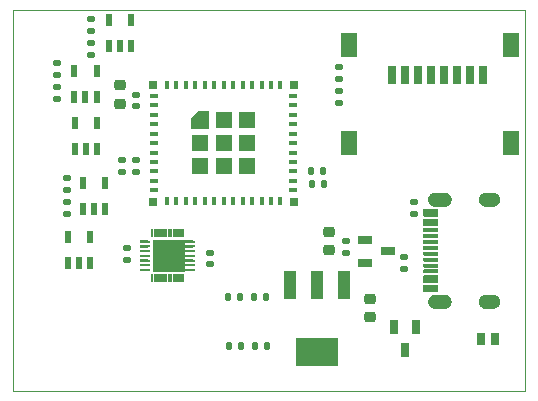
<source format=gbr>
%TF.GenerationSoftware,KiCad,Pcbnew,6.0.10-1.fc37*%
%TF.CreationDate,2023-01-07T19:36:43-08:00*%
%TF.ProjectId,data_logger_esp32c3,64617461-5f6c-46f6-9767-65725f657370,rev?*%
%TF.SameCoordinates,Original*%
%TF.FileFunction,Paste,Top*%
%TF.FilePolarity,Positive*%
%FSLAX46Y46*%
G04 Gerber Fmt 4.6, Leading zero omitted, Abs format (unit mm)*
G04 Created by KiCad (PCBNEW 6.0.10-1.fc37) date 2023-01-07 19:36:43*
%MOMM*%
%LPD*%
G01*
G04 APERTURE LIST*
G04 Aperture macros list*
%AMRoundRect*
0 Rectangle with rounded corners*
0 $1 Rounding radius*
0 $2 $3 $4 $5 $6 $7 $8 $9 X,Y pos of 4 corners*
0 Add a 4 corners polygon primitive as box body*
4,1,4,$2,$3,$4,$5,$6,$7,$8,$9,$2,$3,0*
0 Add four circle primitives for the rounded corners*
1,1,$1+$1,$2,$3*
1,1,$1+$1,$4,$5*
1,1,$1+$1,$6,$7*
1,1,$1+$1,$8,$9*
0 Add four rect primitives between the rounded corners*
20,1,$1+$1,$2,$3,$4,$5,0*
20,1,$1+$1,$4,$5,$6,$7,0*
20,1,$1+$1,$6,$7,$8,$9,0*
20,1,$1+$1,$8,$9,$2,$3,0*%
%AMFreePoly0*
4,1,6,0.725000,-0.725000,-0.725000,-0.725000,-0.725000,0.125000,-0.125000,0.725000,0.725000,0.725000,0.725000,-0.725000,0.725000,-0.725000,$1*%
G04 Aperture macros list end*
%TA.AperFunction,Profile*%
%ADD10C,0.100000*%
%TD*%
%ADD11RoundRect,0.135000X-0.135000X-0.185000X0.135000X-0.185000X0.135000X0.185000X-0.135000X0.185000X0*%
%ADD12R,0.599999X0.999998*%
%ADD13RoundRect,0.135000X0.185000X-0.135000X0.185000X0.135000X-0.185000X0.135000X-0.185000X-0.135000X0*%
%ADD14RoundRect,0.140000X-0.170000X0.140000X-0.170000X-0.140000X0.170000X-0.140000X0.170000X0.140000X0*%
%ADD15RoundRect,0.135000X-0.185000X0.135000X-0.185000X-0.135000X0.185000X-0.135000X0.185000X0.135000X0*%
%ADD16RoundRect,0.225000X0.250000X-0.225000X0.250000X0.225000X-0.250000X0.225000X-0.250000X-0.225000X0*%
%ADD17R,0.799998X1.499997*%
%ADD18R,1.450010X1.999996*%
%ADD19RoundRect,0.135000X0.135000X0.185000X-0.135000X0.185000X-0.135000X-0.185000X0.135000X-0.185000X0*%
%ADD20R,0.800000X0.400000*%
%ADD21R,0.400000X0.800000*%
%ADD22R,1.450000X1.450000*%
%ADD23FreePoly0,0.000000*%
%ADD24R,0.700000X0.700000*%
%ADD25R,0.699999X1.250010*%
%ADD26R,0.699999X0.999998*%
%ADD27R,0.980008X2.469998*%
%ADD28R,3.599993X2.469998*%
%ADD29R,0.664997X0.200000*%
%ADD30R,0.200000X0.664997*%
%ADD31R,2.699995X2.699995*%
%ADD32RoundRect,0.140000X0.170000X-0.140000X0.170000X0.140000X-0.170000X0.140000X-0.170000X-0.140000X0*%
%ADD33R,1.299997X0.299999*%
%ADD34R,1.250010X0.699999*%
G04 APERTURE END LIST*
D10*
X98856800Y-49606200D02*
X142138400Y-49606200D01*
X142138400Y-49606200D02*
X142138400Y-81864200D01*
X142138400Y-81864200D02*
X98856800Y-81864200D01*
X98856800Y-81864200D02*
X98856800Y-49606200D01*
%TO.C,U11*%
G36*
X110220976Y-70134150D02*
G01*
X109555979Y-70134150D01*
X109555979Y-69934150D01*
X110220976Y-69934150D01*
X110220976Y-70134150D01*
G37*
G36*
X110220976Y-70934250D02*
G01*
X109555979Y-70934250D01*
X109555979Y-70734250D01*
X110220976Y-70734250D01*
X110220976Y-70934250D01*
G37*
G36*
X113095926Y-72674251D02*
G01*
X112895926Y-72674251D01*
X112895926Y-72009254D01*
X113095926Y-72009254D01*
X113095926Y-72674251D01*
G37*
G36*
X114036056Y-70934250D02*
G01*
X113371059Y-70934250D01*
X113371059Y-70734250D01*
X114036056Y-70734250D01*
X114036056Y-70934250D01*
G37*
G36*
X112876038Y-71514259D02*
G01*
X110716022Y-71514259D01*
X110716022Y-69354217D01*
X112876038Y-69354217D01*
X112876038Y-71514259D01*
G37*
G36*
X110220976Y-71734096D02*
G01*
X109555979Y-71734096D01*
X109555979Y-71534096D01*
X110220976Y-71534096D01*
X110220976Y-71734096D01*
G37*
G36*
X112696130Y-68859171D02*
G01*
X112496130Y-68859171D01*
X112496130Y-68194174D01*
X112696130Y-68194174D01*
X112696130Y-68859171D01*
G37*
G36*
X114036056Y-71734096D02*
G01*
X113371059Y-71734096D01*
X113371059Y-71534096D01*
X114036056Y-71534096D01*
X114036056Y-71734096D01*
G37*
G36*
X114036056Y-71334300D02*
G01*
X113371059Y-71334300D01*
X113371059Y-71134300D01*
X114036056Y-71134300D01*
X114036056Y-71334300D01*
G37*
G36*
X111095930Y-72674251D02*
G01*
X110895930Y-72674251D01*
X110895930Y-72009254D01*
X111095930Y-72009254D01*
X111095930Y-72674251D01*
G37*
G36*
X114036056Y-70134150D02*
G01*
X113371059Y-70134150D01*
X113371059Y-69934150D01*
X114036056Y-69934150D01*
X114036056Y-70134150D01*
G37*
G36*
X110696134Y-68859171D02*
G01*
X110496134Y-68859171D01*
X110496134Y-68194174D01*
X110696134Y-68194174D01*
X110696134Y-68859171D01*
G37*
G36*
X111896030Y-68859171D02*
G01*
X111696030Y-68859171D01*
X111696030Y-68194174D01*
X111896030Y-68194174D01*
X111896030Y-68859171D01*
G37*
G36*
X112296080Y-72674251D02*
G01*
X112096080Y-72674251D01*
X112096080Y-72009254D01*
X112296080Y-72009254D01*
X112296080Y-72674251D01*
G37*
G36*
X110696134Y-72674251D02*
G01*
X110496134Y-72674251D01*
X110496134Y-72009254D01*
X110696134Y-72009254D01*
X110696134Y-72674251D01*
G37*
G36*
X114036056Y-69334304D02*
G01*
X113371059Y-69334304D01*
X113371059Y-69134304D01*
X114036056Y-69134304D01*
X114036056Y-69334304D01*
G37*
G36*
X110220976Y-69734100D02*
G01*
X109555979Y-69734100D01*
X109555979Y-69534100D01*
X110220976Y-69534100D01*
X110220976Y-69734100D01*
G37*
G36*
X111495980Y-68859171D02*
G01*
X111295980Y-68859171D01*
X111295980Y-68194174D01*
X111495980Y-68194174D01*
X111495980Y-68859171D01*
G37*
G36*
X111095930Y-68859171D02*
G01*
X110895930Y-68859171D01*
X110895930Y-68194174D01*
X111095930Y-68194174D01*
X111095930Y-68859171D01*
G37*
G36*
X112296080Y-68859171D02*
G01*
X112096080Y-68859171D01*
X112096080Y-68194174D01*
X112296080Y-68194174D01*
X112296080Y-68859171D01*
G37*
G36*
X114036056Y-70534200D02*
G01*
X113371059Y-70534200D01*
X113371059Y-70334200D01*
X114036056Y-70334200D01*
X114036056Y-70534200D01*
G37*
G36*
X110220976Y-69334304D02*
G01*
X109555979Y-69334304D01*
X109555979Y-69134304D01*
X110220976Y-69134304D01*
X110220976Y-69334304D01*
G37*
G36*
X111495980Y-72674251D02*
G01*
X111295980Y-72674251D01*
X111295980Y-72009254D01*
X111495980Y-72009254D01*
X111495980Y-72674251D01*
G37*
G36*
X111896030Y-72674251D02*
G01*
X111696030Y-72674251D01*
X111696030Y-72009254D01*
X111896030Y-72009254D01*
X111896030Y-72674251D01*
G37*
G36*
X113095926Y-68859171D02*
G01*
X112895926Y-68859171D01*
X112895926Y-68194174D01*
X113095926Y-68194174D01*
X113095926Y-68859171D01*
G37*
G36*
X110220976Y-70534200D02*
G01*
X109555979Y-70534200D01*
X109555979Y-70334200D01*
X110220976Y-70334200D01*
X110220976Y-70534200D01*
G37*
G36*
X112696130Y-72674251D02*
G01*
X112496130Y-72674251D01*
X112496130Y-72009254D01*
X112696130Y-72009254D01*
X112696130Y-72674251D01*
G37*
G36*
X110220976Y-71334300D02*
G01*
X109555979Y-71334300D01*
X109555979Y-71134300D01*
X110220976Y-71134300D01*
X110220976Y-71334300D01*
G37*
G36*
X114036056Y-69734100D02*
G01*
X113371059Y-69734100D01*
X113371059Y-69534100D01*
X114036056Y-69534100D01*
X114036056Y-69734100D01*
G37*
%TO.C,USB-C1*%
G36*
X134843241Y-71902447D02*
G01*
X133543218Y-71902447D01*
X133543218Y-71602448D01*
X134843241Y-71602448D01*
X134843241Y-71902447D01*
G37*
G36*
X134843215Y-73202343D02*
G01*
X134843368Y-73202343D01*
X134843368Y-73502342D01*
X133543345Y-73502342D01*
X133543345Y-73202368D01*
X133543192Y-73202368D01*
X133543192Y-72902369D01*
X134843215Y-72902369D01*
X134843215Y-73202343D01*
G37*
G36*
X134843215Y-70902449D02*
G01*
X133543192Y-70902449D01*
X133543192Y-70602450D01*
X134843215Y-70602450D01*
X134843215Y-70902449D01*
G37*
G36*
X139491415Y-73728250D02*
G01*
X139521260Y-73730485D01*
X139550953Y-73734219D01*
X139580417Y-73739400D01*
X139609576Y-73746055D01*
X139638380Y-73754158D01*
X139666726Y-73763708D01*
X139694590Y-73774630D01*
X139721844Y-73786924D01*
X139748463Y-73800589D01*
X139774371Y-73815550D01*
X139799517Y-73831780D01*
X139823800Y-73849230D01*
X139847193Y-73867874D01*
X139869621Y-73887686D01*
X139891033Y-73908564D01*
X139911379Y-73930510D01*
X139930607Y-73953421D01*
X139948691Y-73977271D01*
X139965532Y-74001986D01*
X139981127Y-74027513D01*
X139995453Y-74053776D01*
X140008432Y-74080751D01*
X140020040Y-74108310D01*
X140030276Y-74136428D01*
X140039090Y-74165003D01*
X140046481Y-74194010D01*
X140052400Y-74223321D01*
X140056870Y-74252912D01*
X140059842Y-74282681D01*
X140061340Y-74312551D01*
X140061340Y-74342473D01*
X140059842Y-74372343D01*
X140056870Y-74402112D01*
X140052400Y-74431703D01*
X140046481Y-74461014D01*
X140039090Y-74490021D01*
X140030276Y-74518596D01*
X140020040Y-74546714D01*
X140008432Y-74574273D01*
X139995453Y-74601248D01*
X139981127Y-74627511D01*
X139965532Y-74653038D01*
X139948691Y-74677753D01*
X139930607Y-74701603D01*
X139911379Y-74724514D01*
X139891033Y-74746460D01*
X139869621Y-74767338D01*
X139847193Y-74787150D01*
X139823800Y-74805794D01*
X139799517Y-74823244D01*
X139774371Y-74839474D01*
X139748463Y-74854435D01*
X139721844Y-74868100D01*
X139694590Y-74880394D01*
X139666726Y-74891316D01*
X139638380Y-74900866D01*
X139609576Y-74908969D01*
X139580417Y-74915624D01*
X139550953Y-74920805D01*
X139521260Y-74924539D01*
X139491415Y-74926774D01*
X139461519Y-74927511D01*
X138861521Y-74927511D01*
X138831625Y-74926774D01*
X138801780Y-74924539D01*
X138772087Y-74920805D01*
X138742623Y-74915624D01*
X138713464Y-74908969D01*
X138684660Y-74900866D01*
X138656314Y-74891316D01*
X138628450Y-74880394D01*
X138601196Y-74868100D01*
X138574577Y-74854435D01*
X138548669Y-74839474D01*
X138523523Y-74823244D01*
X138499240Y-74805794D01*
X138475847Y-74787150D01*
X138453419Y-74767338D01*
X138432007Y-74746460D01*
X138411661Y-74724514D01*
X138392433Y-74701603D01*
X138374349Y-74677753D01*
X138357508Y-74653038D01*
X138341913Y-74627511D01*
X138327587Y-74601248D01*
X138314608Y-74574273D01*
X138303000Y-74546714D01*
X138292764Y-74518596D01*
X138283950Y-74490021D01*
X138276559Y-74461014D01*
X138270640Y-74431703D01*
X138266170Y-74402112D01*
X138263198Y-74372343D01*
X138261700Y-74342473D01*
X138261700Y-74312551D01*
X138263198Y-74282681D01*
X138266170Y-74252912D01*
X138270640Y-74223321D01*
X138276559Y-74194010D01*
X138283950Y-74165003D01*
X138292764Y-74136428D01*
X138303000Y-74108310D01*
X138314608Y-74080751D01*
X138327587Y-74053776D01*
X138341913Y-74027513D01*
X138357508Y-74001986D01*
X138374349Y-73977271D01*
X138392433Y-73953421D01*
X138411661Y-73930510D01*
X138432007Y-73908564D01*
X138453419Y-73887686D01*
X138475847Y-73867874D01*
X138499240Y-73849230D01*
X138523523Y-73831780D01*
X138548669Y-73815550D01*
X138574577Y-73800589D01*
X138601196Y-73786924D01*
X138628450Y-73774630D01*
X138656314Y-73763708D01*
X138684660Y-73754158D01*
X138713464Y-73746055D01*
X138742623Y-73739400D01*
X138772087Y-73734219D01*
X138801780Y-73730485D01*
X138831625Y-73728250D01*
X138861521Y-73727513D01*
X139461519Y-73727513D01*
X139491415Y-73728250D01*
G37*
G36*
X134843164Y-67902252D02*
G01*
X133543192Y-67902252D01*
X133543192Y-67302228D01*
X134843164Y-67302228D01*
X134843164Y-67902252D01*
G37*
G36*
X139491415Y-65078026D02*
G01*
X139521260Y-65080261D01*
X139550953Y-65083995D01*
X139580417Y-65089176D01*
X139609576Y-65095831D01*
X139638380Y-65103934D01*
X139666726Y-65113484D01*
X139694590Y-65124406D01*
X139721844Y-65136700D01*
X139748463Y-65150365D01*
X139774371Y-65165326D01*
X139799517Y-65181556D01*
X139823800Y-65199006D01*
X139847193Y-65217650D01*
X139869621Y-65237462D01*
X139891033Y-65258340D01*
X139911379Y-65280286D01*
X139930607Y-65303197D01*
X139948691Y-65327047D01*
X139965532Y-65351762D01*
X139981127Y-65377289D01*
X139995453Y-65403552D01*
X140008432Y-65430527D01*
X140020040Y-65458086D01*
X140030276Y-65486204D01*
X140039090Y-65514779D01*
X140046481Y-65543786D01*
X140052400Y-65573097D01*
X140056870Y-65602688D01*
X140059842Y-65632457D01*
X140061340Y-65662327D01*
X140061340Y-65692249D01*
X140059842Y-65722119D01*
X140056870Y-65751888D01*
X140052400Y-65781479D01*
X140046481Y-65810790D01*
X140039090Y-65839797D01*
X140030276Y-65868372D01*
X140020040Y-65896490D01*
X140008432Y-65924049D01*
X139995453Y-65951024D01*
X139981127Y-65977287D01*
X139965532Y-66002814D01*
X139948691Y-66027529D01*
X139930607Y-66051379D01*
X139911379Y-66074290D01*
X139891033Y-66096236D01*
X139869621Y-66117114D01*
X139847193Y-66136926D01*
X139823800Y-66155570D01*
X139799517Y-66173020D01*
X139774371Y-66189250D01*
X139748463Y-66204211D01*
X139721844Y-66217876D01*
X139694590Y-66230170D01*
X139666726Y-66241092D01*
X139638380Y-66250642D01*
X139609576Y-66258745D01*
X139580417Y-66265400D01*
X139550953Y-66270581D01*
X139521260Y-66274315D01*
X139491415Y-66276550D01*
X139461519Y-66277287D01*
X138861521Y-66277287D01*
X138831625Y-66276550D01*
X138801780Y-66274315D01*
X138772087Y-66270581D01*
X138742623Y-66265400D01*
X138713464Y-66258745D01*
X138684660Y-66250642D01*
X138656314Y-66241092D01*
X138628450Y-66230170D01*
X138601196Y-66217876D01*
X138574577Y-66204211D01*
X138548669Y-66189250D01*
X138523523Y-66173020D01*
X138499240Y-66155570D01*
X138475847Y-66136926D01*
X138453419Y-66117114D01*
X138432007Y-66096236D01*
X138411661Y-66074290D01*
X138392433Y-66051379D01*
X138374349Y-66027529D01*
X138357508Y-66002814D01*
X138341913Y-65977287D01*
X138327587Y-65951024D01*
X138314608Y-65924049D01*
X138303000Y-65896490D01*
X138292764Y-65868372D01*
X138283950Y-65839797D01*
X138276559Y-65810790D01*
X138270640Y-65781479D01*
X138266170Y-65751888D01*
X138263198Y-65722119D01*
X138261700Y-65692249D01*
X138261700Y-65662327D01*
X138263198Y-65632457D01*
X138266170Y-65602688D01*
X138270640Y-65573097D01*
X138276559Y-65543786D01*
X138283950Y-65514779D01*
X138292764Y-65486204D01*
X138303000Y-65458086D01*
X138314608Y-65430527D01*
X138327587Y-65403552D01*
X138341913Y-65377289D01*
X138357508Y-65351762D01*
X138374349Y-65327047D01*
X138392433Y-65303197D01*
X138411661Y-65280286D01*
X138432007Y-65258340D01*
X138453419Y-65237462D01*
X138475847Y-65217650D01*
X138499240Y-65199006D01*
X138523523Y-65181556D01*
X138548669Y-65165326D01*
X138574577Y-65150365D01*
X138601196Y-65136700D01*
X138628450Y-65124406D01*
X138656314Y-65113484D01*
X138684660Y-65103934D01*
X138713464Y-65095831D01*
X138742623Y-65089176D01*
X138772087Y-65083995D01*
X138801780Y-65080261D01*
X138831625Y-65078026D01*
X138861521Y-65077289D01*
X139461519Y-65077289D01*
X139491415Y-65078026D01*
G37*
G36*
X134843164Y-67102406D02*
G01*
X133543192Y-67102406D01*
X133543192Y-66502382D01*
X134843164Y-66502382D01*
X134843164Y-67102406D01*
G37*
G36*
X134843215Y-69902451D02*
G01*
X133543192Y-69902451D01*
X133543192Y-69602452D01*
X134843215Y-69602452D01*
X134843215Y-69902451D01*
G37*
G36*
X134843317Y-72402319D02*
G01*
X134843342Y-72402319D01*
X134843342Y-72702344D01*
X133543370Y-72702344D01*
X133543370Y-72402395D01*
X133543345Y-72402395D01*
X133543345Y-72102370D01*
X134843317Y-72102370D01*
X134843317Y-72402319D01*
G37*
G36*
X134843241Y-70402323D02*
G01*
X133543218Y-70402323D01*
X133543218Y-70102324D01*
X134843241Y-70102324D01*
X134843241Y-70402323D01*
G37*
G36*
X134843241Y-71402321D02*
G01*
X133543218Y-71402321D01*
X133543218Y-71102322D01*
X134843241Y-71102322D01*
X134843241Y-71402321D01*
G37*
G36*
X134843241Y-69402325D02*
G01*
X133543218Y-69402325D01*
X133543218Y-69102326D01*
X134843241Y-69102326D01*
X134843241Y-69402325D01*
G37*
G36*
X135391525Y-65078026D02*
G01*
X135421370Y-65080261D01*
X135451063Y-65083995D01*
X135480527Y-65089176D01*
X135509686Y-65095831D01*
X135538489Y-65103934D01*
X135566836Y-65113484D01*
X135594700Y-65124406D01*
X135621954Y-65136700D01*
X135648573Y-65150365D01*
X135674481Y-65165326D01*
X135699627Y-65181556D01*
X135723909Y-65199006D01*
X135747303Y-65217650D01*
X135769731Y-65237462D01*
X135791143Y-65258340D01*
X135811489Y-65280286D01*
X135830716Y-65303197D01*
X135848801Y-65327047D01*
X135865641Y-65351762D01*
X135881237Y-65377289D01*
X135895563Y-65403552D01*
X135908542Y-65430527D01*
X135920150Y-65458086D01*
X135930386Y-65486204D01*
X135939200Y-65514779D01*
X135946591Y-65543786D01*
X135952509Y-65573097D01*
X135956980Y-65602688D01*
X135959952Y-65632457D01*
X135961450Y-65662327D01*
X135961450Y-65692249D01*
X135959952Y-65722119D01*
X135956980Y-65751888D01*
X135952509Y-65781479D01*
X135946591Y-65810790D01*
X135939200Y-65839797D01*
X135930386Y-65868372D01*
X135920150Y-65896490D01*
X135908542Y-65924049D01*
X135895563Y-65951024D01*
X135881237Y-65977287D01*
X135865641Y-66002814D01*
X135848801Y-66027529D01*
X135830716Y-66051379D01*
X135811489Y-66074290D01*
X135791143Y-66096236D01*
X135769731Y-66117114D01*
X135747303Y-66136926D01*
X135723909Y-66155570D01*
X135699627Y-66173020D01*
X135674481Y-66189250D01*
X135648573Y-66204211D01*
X135621954Y-66217876D01*
X135594700Y-66230170D01*
X135566836Y-66241092D01*
X135538489Y-66250642D01*
X135509686Y-66258745D01*
X135480527Y-66265400D01*
X135451063Y-66270581D01*
X135421370Y-66274315D01*
X135391525Y-66276550D01*
X135361629Y-66277287D01*
X134561631Y-66277287D01*
X134531735Y-66276550D01*
X134501890Y-66274315D01*
X134472197Y-66270581D01*
X134442733Y-66265400D01*
X134413574Y-66258745D01*
X134384771Y-66250642D01*
X134356424Y-66241092D01*
X134328560Y-66230170D01*
X134301306Y-66217876D01*
X134274687Y-66204211D01*
X134248779Y-66189250D01*
X134223633Y-66173020D01*
X134199351Y-66155570D01*
X134175957Y-66136926D01*
X134153529Y-66117114D01*
X134132117Y-66096236D01*
X134111771Y-66074290D01*
X134092544Y-66051379D01*
X134074459Y-66027529D01*
X134057619Y-66002814D01*
X134042023Y-65977287D01*
X134027697Y-65951024D01*
X134014718Y-65924049D01*
X134003110Y-65896490D01*
X133992874Y-65868372D01*
X133984060Y-65839797D01*
X133976669Y-65810790D01*
X133970751Y-65781479D01*
X133966280Y-65751888D01*
X133963308Y-65722119D01*
X133961810Y-65692249D01*
X133961810Y-65662327D01*
X133963308Y-65632457D01*
X133966280Y-65602688D01*
X133970751Y-65573097D01*
X133976669Y-65543786D01*
X133984060Y-65514779D01*
X133992874Y-65486204D01*
X134003110Y-65458086D01*
X134014718Y-65430527D01*
X134027697Y-65403552D01*
X134042023Y-65377289D01*
X134057619Y-65351762D01*
X134074459Y-65327047D01*
X134092544Y-65303197D01*
X134111771Y-65280286D01*
X134132117Y-65258340D01*
X134153529Y-65237462D01*
X134175957Y-65217650D01*
X134199351Y-65199006D01*
X134223633Y-65181556D01*
X134248779Y-65165326D01*
X134274687Y-65150365D01*
X134301306Y-65136700D01*
X134328560Y-65124406D01*
X134356424Y-65113484D01*
X134384771Y-65103934D01*
X134413574Y-65095831D01*
X134442733Y-65089176D01*
X134472197Y-65083995D01*
X134501890Y-65080261D01*
X134531735Y-65078026D01*
X134561631Y-65077289D01*
X135361629Y-65077289D01*
X135391525Y-65078026D01*
G37*
G36*
X134843241Y-68902707D02*
G01*
X133543218Y-68902707D01*
X133543218Y-68602708D01*
X134843241Y-68602708D01*
X134843241Y-68902707D01*
G37*
G36*
X134843241Y-68402327D02*
G01*
X133543218Y-68402327D01*
X133543218Y-68102328D01*
X134843241Y-68102328D01*
X134843241Y-68402327D01*
G37*
G36*
X135391525Y-73728250D02*
G01*
X135421370Y-73730485D01*
X135451063Y-73734219D01*
X135480527Y-73739400D01*
X135509686Y-73746055D01*
X135538489Y-73754158D01*
X135566836Y-73763708D01*
X135594700Y-73774630D01*
X135621954Y-73786924D01*
X135648573Y-73800589D01*
X135674481Y-73815550D01*
X135699627Y-73831780D01*
X135723909Y-73849230D01*
X135747303Y-73867874D01*
X135769731Y-73887686D01*
X135791143Y-73908564D01*
X135811489Y-73930510D01*
X135830716Y-73953421D01*
X135848801Y-73977271D01*
X135865641Y-74001986D01*
X135881237Y-74027513D01*
X135895563Y-74053776D01*
X135908542Y-74080751D01*
X135920150Y-74108310D01*
X135930386Y-74136428D01*
X135939200Y-74165003D01*
X135946591Y-74194010D01*
X135952509Y-74223321D01*
X135956980Y-74252912D01*
X135959952Y-74282681D01*
X135961450Y-74312551D01*
X135961450Y-74342473D01*
X135959952Y-74372343D01*
X135956980Y-74402112D01*
X135952509Y-74431703D01*
X135946591Y-74461014D01*
X135939200Y-74490021D01*
X135930386Y-74518596D01*
X135920150Y-74546714D01*
X135908542Y-74574273D01*
X135895563Y-74601248D01*
X135881237Y-74627511D01*
X135865641Y-74653038D01*
X135848801Y-74677753D01*
X135830716Y-74701603D01*
X135811489Y-74724514D01*
X135791143Y-74746460D01*
X135769731Y-74767338D01*
X135747303Y-74787150D01*
X135723909Y-74805794D01*
X135699627Y-74823244D01*
X135674481Y-74839474D01*
X135648573Y-74854435D01*
X135621954Y-74868100D01*
X135594700Y-74880394D01*
X135566836Y-74891316D01*
X135538489Y-74900866D01*
X135509686Y-74908969D01*
X135480527Y-74915624D01*
X135451063Y-74920805D01*
X135421370Y-74924539D01*
X135391525Y-74926774D01*
X135361629Y-74927511D01*
X134561631Y-74927511D01*
X134531735Y-74926774D01*
X134501890Y-74924539D01*
X134472197Y-74920805D01*
X134442733Y-74915624D01*
X134413574Y-74908969D01*
X134384771Y-74900866D01*
X134356424Y-74891316D01*
X134328560Y-74880394D01*
X134301306Y-74868100D01*
X134274687Y-74854435D01*
X134248779Y-74839474D01*
X134223633Y-74823244D01*
X134199351Y-74805794D01*
X134175957Y-74787150D01*
X134153529Y-74767338D01*
X134132117Y-74746460D01*
X134111771Y-74724514D01*
X134092544Y-74701603D01*
X134074459Y-74677753D01*
X134057619Y-74653038D01*
X134042023Y-74627511D01*
X134027697Y-74601248D01*
X134014718Y-74574273D01*
X134003110Y-74546714D01*
X133992874Y-74518596D01*
X133984060Y-74490021D01*
X133976669Y-74461014D01*
X133970751Y-74431703D01*
X133966280Y-74402112D01*
X133963308Y-74372343D01*
X133961810Y-74342473D01*
X133961810Y-74312551D01*
X133963308Y-74282681D01*
X133966280Y-74252912D01*
X133970751Y-74223321D01*
X133976669Y-74194010D01*
X133984060Y-74165003D01*
X133992874Y-74136428D01*
X134003110Y-74108310D01*
X134014718Y-74080751D01*
X134027697Y-74053776D01*
X134042023Y-74027513D01*
X134057619Y-74001986D01*
X134074459Y-73977271D01*
X134092544Y-73953421D01*
X134111771Y-73930510D01*
X134132117Y-73908564D01*
X134153529Y-73887686D01*
X134175957Y-73867874D01*
X134199351Y-73849230D01*
X134223633Y-73831780D01*
X134248779Y-73815550D01*
X134274687Y-73800589D01*
X134301306Y-73786924D01*
X134328560Y-73774630D01*
X134356424Y-73763708D01*
X134384771Y-73754158D01*
X134413574Y-73746055D01*
X134442733Y-73739400D01*
X134472197Y-73734219D01*
X134501890Y-73730485D01*
X134531735Y-73728250D01*
X134561631Y-73727513D01*
X135361629Y-73727513D01*
X135391525Y-73728250D01*
G37*
%TD*%
D11*
%TO.C,R18*%
X124102400Y-64363600D03*
X125122400Y-64363600D03*
%TD*%
%TO.C,R17*%
X124077000Y-63271400D03*
X125097000Y-63271400D03*
%TD*%
D12*
%TO.C,U5*%
X106923853Y-52637018D03*
X107873813Y-52637018D03*
X108823773Y-52637018D03*
X108823773Y-50436870D03*
X106923853Y-50436870D03*
%TD*%
D13*
%TO.C,R4*%
X109220000Y-63324200D03*
X109220000Y-62304200D03*
%TD*%
D14*
%TO.C,C1*%
X108026200Y-62334200D03*
X108026200Y-63294200D03*
%TD*%
D12*
%TO.C,U4*%
X104053653Y-61349218D03*
X105003613Y-61349218D03*
X105953573Y-61349218D03*
X105953573Y-59149070D03*
X104053653Y-59149070D03*
%TD*%
D15*
%TO.C,R2*%
X131902200Y-70508400D03*
X131902200Y-71528400D03*
%TD*%
D16*
%TO.C,C2*%
X107873800Y-57544000D03*
X107873800Y-55994000D03*
%TD*%
D12*
%TO.C,U8*%
X103469453Y-71077418D03*
X104419413Y-71077418D03*
X105369373Y-71077418D03*
X105369373Y-68877270D03*
X103469453Y-68877270D03*
%TD*%
D13*
%TO.C,R1*%
X126415800Y-57456800D03*
X126415800Y-56436800D03*
%TD*%
D17*
%TO.C,SD1*%
X130911981Y-55142213D03*
X132012055Y-55142213D03*
X133112129Y-55142213D03*
X134211949Y-55142213D03*
X135312023Y-55142213D03*
X136412097Y-55142213D03*
X137511917Y-55142213D03*
X138611991Y-55142213D03*
D18*
X127232029Y-60841973D03*
X140991971Y-60841973D03*
X140991971Y-52542015D03*
X127232029Y-52542015D03*
%TD*%
D15*
%TO.C,R12*%
X103378000Y-63853600D03*
X103378000Y-64873600D03*
%TD*%
%TO.C,R6*%
X103378000Y-65911000D03*
X103378000Y-66931000D03*
%TD*%
D19*
%TO.C,R16*%
X120347200Y-78079600D03*
X119327200Y-78079600D03*
%TD*%
D15*
%TO.C,R5*%
X102565200Y-56106600D03*
X102565200Y-57126600D03*
%TD*%
D20*
%TO.C,U1*%
X110762200Y-56891400D03*
X110762200Y-57691400D03*
X110762200Y-58491400D03*
X110762200Y-59291400D03*
X110762200Y-60091400D03*
X110762200Y-60891400D03*
X110762200Y-61691400D03*
X110762200Y-62491400D03*
X110762200Y-63291400D03*
X110762200Y-64091400D03*
X110762200Y-64891400D03*
D21*
X111862200Y-65791400D03*
X112662200Y-65791400D03*
X113462200Y-65791400D03*
X114262200Y-65791400D03*
X115062200Y-65791400D03*
X115862200Y-65791400D03*
X116662200Y-65791400D03*
X117462200Y-65791400D03*
X118262200Y-65791400D03*
X119062200Y-65791400D03*
X119862200Y-65791400D03*
X120662200Y-65791400D03*
X121462200Y-65791400D03*
D20*
X122562200Y-64891400D03*
X122562200Y-64091400D03*
X122562200Y-63291400D03*
X122562200Y-62491400D03*
X122562200Y-61691400D03*
X122562200Y-60891400D03*
X122562200Y-60091400D03*
X122562200Y-59291400D03*
X122562200Y-58491400D03*
X122562200Y-57691400D03*
X122562200Y-56891400D03*
D21*
X121462200Y-55991400D03*
X120662200Y-55991400D03*
X119862200Y-55991400D03*
X119062200Y-55991400D03*
X118262200Y-55991400D03*
X117462200Y-55991400D03*
X116662200Y-55991400D03*
X115862200Y-55991400D03*
X115062200Y-55991400D03*
X114262200Y-55991400D03*
X113462200Y-55991400D03*
X112662200Y-55991400D03*
X111862200Y-55991400D03*
D22*
X118637200Y-58916400D03*
X116662200Y-62866400D03*
X116662200Y-58916400D03*
X118637200Y-60891400D03*
X114687200Y-62866400D03*
D23*
X114687200Y-58916400D03*
D22*
X118637200Y-62866400D03*
X114687200Y-60891400D03*
X116662200Y-60891400D03*
D24*
X122612200Y-55941400D03*
X122612200Y-65841400D03*
X110712200Y-65841400D03*
X110712200Y-55941400D03*
%TD*%
D15*
%TO.C,R11*%
X102539800Y-54074600D03*
X102539800Y-55094600D03*
%TD*%
D16*
%TO.C,C5*%
X129006600Y-75603400D03*
X129006600Y-74053400D03*
%TD*%
D15*
%TO.C,R10*%
X105435400Y-50366200D03*
X105435400Y-51386200D03*
%TD*%
D25*
%TO.C,U9*%
X132953760Y-76438436D03*
X131053840Y-76438436D03*
X132003800Y-78438432D03*
%TD*%
D11*
%TO.C,R15*%
X117015800Y-73914000D03*
X118035800Y-73914000D03*
%TD*%
D12*
%TO.C,U6*%
X104002853Y-56980418D03*
X104952813Y-56980418D03*
X105902773Y-56980418D03*
X105902773Y-54780270D03*
X104002853Y-54780270D03*
%TD*%
D19*
%TO.C,R8*%
X118112000Y-78028800D03*
X117092000Y-78028800D03*
%TD*%
D26*
%TO.C,D1*%
X138449304Y-77495400D03*
X139649200Y-77495400D03*
%TD*%
D12*
%TO.C,U7*%
X104714053Y-66480018D03*
X105664013Y-66480018D03*
X106613973Y-66480018D03*
X106613973Y-64279870D03*
X104714053Y-64279870D03*
%TD*%
D27*
%TO.C,U2*%
X126886970Y-72892406D03*
X124587000Y-72892406D03*
X122287030Y-72892406D03*
D28*
X124587000Y-78562194D03*
%TD*%
D29*
%TO.C,U11*%
X110106460Y-69234304D03*
X110106460Y-69634100D03*
X110106460Y-70034150D03*
X110106460Y-70434200D03*
X110106460Y-70834250D03*
X110106460Y-71234300D03*
X110106460Y-71634096D03*
D30*
X110814104Y-72341740D03*
X111213900Y-72341740D03*
X111613950Y-72341740D03*
X112014000Y-72341740D03*
X112414050Y-72341740D03*
X112814100Y-72341740D03*
X113213896Y-72341740D03*
D29*
X113921540Y-71634096D03*
X113921540Y-71234300D03*
X113921540Y-70834250D03*
X113921540Y-70434200D03*
X113921540Y-70034150D03*
X113921540Y-69634100D03*
X113921540Y-69234304D03*
D30*
X113213896Y-68526660D03*
X112814100Y-68526660D03*
X112414050Y-68526660D03*
X112014000Y-68526660D03*
X111613950Y-68526660D03*
X111213900Y-68526660D03*
X110814104Y-68526660D03*
D31*
X112014000Y-70434200D03*
%TD*%
D32*
%TO.C,C3*%
X109220000Y-57782400D03*
X109220000Y-56822400D03*
%TD*%
D15*
%TO.C,R3*%
X126441200Y-54404800D03*
X126441200Y-55424800D03*
%TD*%
D11*
%TO.C,R14*%
X119200200Y-73888600D03*
X120220200Y-73888600D03*
%TD*%
D16*
%TO.C,C4*%
X125552200Y-69939200D03*
X125552200Y-68389200D03*
%TD*%
D33*
%TO.C,USB-C1*%
X134193280Y-73052432D03*
X134193280Y-72252332D03*
X134193280Y-71752460D03*
X134193280Y-70752462D03*
X134193280Y-69252338D03*
X134193280Y-68252340D03*
X134193280Y-67752468D03*
X134193280Y-66952368D03*
X134193280Y-66652394D03*
X134193280Y-67452240D03*
X134193280Y-68752720D03*
X134193280Y-69752464D03*
X134193280Y-70252336D03*
X134193280Y-71252334D03*
X134193280Y-72552306D03*
X134193280Y-73352406D03*
%TD*%
D34*
%TO.C,U10*%
X128610036Y-69103240D03*
X128610036Y-71003160D03*
X130610032Y-70053200D03*
%TD*%
D15*
%TO.C,R9*%
X127000000Y-69162200D03*
X127000000Y-70182200D03*
%TD*%
%TO.C,R13*%
X105435400Y-52398200D03*
X105435400Y-53418200D03*
%TD*%
D32*
%TO.C,C7*%
X108508800Y-70761800D03*
X108508800Y-69801800D03*
%TD*%
D15*
%TO.C,R7*%
X132740400Y-65834800D03*
X132740400Y-66854800D03*
%TD*%
D14*
%TO.C,C6*%
X115493800Y-70182800D03*
X115493800Y-71142800D03*
%TD*%
M02*

</source>
